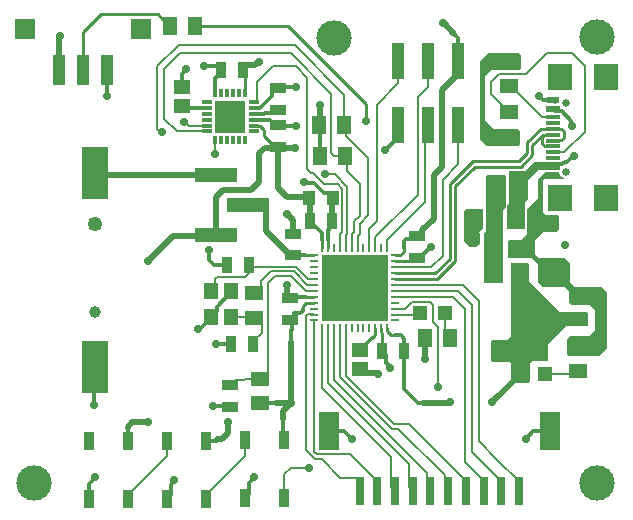
<source format=gbr>
%TF.GenerationSoftware,Altium Limited,Altium Designer,24.5.2 (23)*%
G04 Layer_Physical_Order=1*
G04 Layer_Color=255*
%FSLAX45Y45*%
%MOMM*%
%TF.SameCoordinates,DE48C8CA-727C-43F3-B7AC-81352024B8C0*%
%TF.FilePolarity,Positive*%
%TF.FileFunction,Copper,L1,Top,Signal*%
%TF.Part,Single*%
G01*
G75*
%TA.AperFunction,Conductor*%
%ADD10C,0.50000*%
%TA.AperFunction,SMDPad,CuDef*%
%ADD11R,2.30000X4.50000*%
%TA.AperFunction,ConnectorPad*%
%ADD12R,2.00000X2.18000*%
%ADD13R,1.00000X0.60000*%
%ADD14R,1.15000X0.60000*%
%ADD15R,1.15000X0.30000*%
%TA.AperFunction,SMDPad,CuDef*%
%ADD16R,1.30464X1.45620*%
%ADD17R,1.40000X0.95000*%
%ADD18O,0.80000X0.25000*%
%ADD19O,0.25000X0.80000*%
%ADD20R,5.60000X5.60000*%
%ADD21R,1.25000X1.50000*%
%ADD22R,4.50000X1.50400*%
%TA.AperFunction,ConnectorPad*%
%ADD23R,1.00000X2.55000*%
%TA.AperFunction,SMDPad,CuDef*%
%ADD24R,1.70000X1.70000*%
%ADD25R,1.50822X1.20651*%
%ADD26R,0.95000X1.40000*%
%ADD27R,0.90000X1.50000*%
%ADD28R,1.20651X1.50822*%
%ADD29R,1.45620X1.30464*%
%ADD30R,0.30000X0.80000*%
%ADD31R,0.85000X0.30000*%
%ADD32R,2.60000X2.70000*%
%ADD33R,1.00000X1.25000*%
%ADD34R,1.45490X1.55620*%
%ADD35R,1.20000X1.20000*%
%ADD36R,1.00000X3.10000*%
%ADD37R,1.20000X1.40000*%
%ADD38R,3.56000X1.27000*%
%ADD39R,1.80000X3.30000*%
%ADD40R,0.80000X2.40000*%
%TA.AperFunction,Conductor*%
%ADD41C,0.20000*%
%ADD42C,0.30000*%
%ADD43C,0.25000*%
%ADD44C,0.26721*%
%TA.AperFunction,ComponentPad*%
%ADD45C,1.00000*%
%ADD46C,1.25000*%
%ADD47C,0.65000*%
%TA.AperFunction,ViaPad*%
%ADD48C,3.00000*%
%ADD49C,0.70000*%
%ADD50C,0.50000*%
G36*
X11047500Y10790000D02*
X11285000D01*
X11305000Y10770000D01*
Y10662500D01*
X11290000Y10647500D01*
X11057500D01*
X11005000Y10595000D01*
Y10222500D01*
X11080000Y10147500D01*
X11285000D01*
X11302500Y10130000D01*
Y10020000D01*
X11282500Y10000000D01*
X11022500D01*
X10965000Y10057500D01*
Y10725000D01*
X11032500Y10792500D01*
X11047500Y10790000D01*
D02*
G37*
G36*
X11502500Y9862500D02*
X11640000D01*
Y9806014D01*
X11638544Y9802500D01*
X11598447D01*
X11595000Y9803185D01*
X11591552Y9802500D01*
X11510000D01*
Y9800000D01*
X11455000D01*
X11372500Y9717500D01*
Y9550000D01*
X11340000Y9517500D01*
Y9297500D01*
X11200000D01*
X11192500Y9305000D01*
Y9502500D01*
X11207500Y9517500D01*
Y9787500D01*
X11340000D01*
X11417500Y9865000D01*
X11502500D01*
Y9862500D01*
D02*
G37*
G36*
X10985000Y9465000D02*
Y9305000D01*
X10955000Y9275000D01*
X10962500Y9267500D01*
Y9180000D01*
X10932500Y9150000D01*
X10877500D01*
X10827500Y9200000D01*
Y9450000D01*
X10845000Y9467500D01*
X10983964D01*
X10985000Y9465000D01*
D02*
G37*
G36*
X11180000Y9750000D02*
Y9485000D01*
X11152500Y9457500D01*
Y8837500D01*
X10995000D01*
Y9265000D01*
X11015000Y9285000D01*
Y9747500D01*
X11020000Y9752500D01*
X11177500D01*
X11180000Y9750000D01*
D02*
G37*
G36*
X11596477Y9782500D02*
X11598447Y9782108D01*
X11635000D01*
Y9773057D01*
X11642992Y9753761D01*
X11657761Y9738992D01*
X11672952Y9732700D01*
X11670426Y9720000D01*
X11507500D01*
X11492500Y9705000D01*
Y9442500D01*
X11520000Y9415000D01*
X11617500D01*
X11627500Y9405000D01*
Y9300000D01*
X11605000Y9277500D01*
X11500000D01*
X11427500Y9205000D01*
Y9087500D01*
X11460000Y9055000D01*
X11682500D01*
X11725000Y9012500D01*
Y8852500D01*
X11720000Y8847500D01*
X11760000Y8807500D01*
X11992500D01*
X12040000Y8760000D01*
Y8292500D01*
X11972500Y8225000D01*
X11717500D01*
X11700000Y8242500D01*
Y8365000D01*
X11727500Y8392500D01*
X11885000D01*
X11935000Y8442500D01*
Y8612500D01*
X11890000Y8657500D01*
X11735000D01*
X11715000Y8677500D01*
Y8770000D01*
X11677500Y8807500D01*
X11497500D01*
X11452500Y8852500D01*
Y8997500D01*
X11400000Y9050000D01*
X11205000D01*
X11195000Y9060000D01*
Y9195000D01*
X11210000Y9210000D01*
X11315000D01*
X11360000Y9255000D01*
Y9295530D01*
X11360392Y9297500D01*
Y9470392D01*
X11452500Y9562500D01*
Y9720000D01*
X11512632Y9780132D01*
X11517804Y9781160D01*
X11519222Y9782108D01*
X11591552D01*
X11593522Y9782500D01*
X11595000D01*
X11596477D01*
D02*
G37*
G36*
X11375000Y9002500D02*
Y8857500D01*
X11635000Y8597500D01*
X11862500D01*
X11876250Y8583750D01*
Y8488750D01*
X11867500Y8480000D01*
X11690000D01*
X11535000Y8325000D01*
Y8187500D01*
X11530000Y8182500D01*
X11405000D01*
X11385000Y8162500D01*
Y8007500D01*
X11370000Y7992500D01*
X11235000D01*
X11222500Y8005000D01*
Y8162500D01*
X11212500Y8172500D01*
X11072500D01*
X11055000Y8190000D01*
Y8347500D01*
X11070000Y8362500D01*
X11195000D01*
X11225000Y8392500D01*
Y9012500D01*
X11365000D01*
X11375000Y9002500D01*
D02*
G37*
D10*
X9325000Y8742500D02*
G03*
X9350000Y8717500I25000J0D01*
G01*
X7401250Y10928750D02*
X7402500Y10930000D01*
X7401250Y10643750D02*
Y10928750D01*
X7400625Y10643125D02*
X7401250Y10643750D01*
X7716000Y9754000D02*
X8726500D01*
X7700000Y9770000D02*
X7716000Y9754000D01*
X10655000Y11040000D02*
X10742500Y10952500D01*
X10650000Y11040000D02*
X10655000D01*
X10472500Y9287500D02*
X10570000Y9385000D01*
Y9755281D02*
X10640000Y9825281D01*
X10570000Y9385000D02*
Y9755281D01*
X10412468Y9227468D02*
X10434968D01*
X10472500Y9265000D01*
Y9287500D01*
X10779000Y10615000D02*
Y10720000D01*
X10640000Y10476000D02*
X10779000Y10615000D01*
X10640000Y9825281D02*
Y10476000D01*
X8952925Y10665425D02*
X8975426Y10687926D01*
X9055013D01*
X9082088Y10715000D02*
X9087500D01*
X8952925Y10642925D02*
Y10665425D01*
X9055013Y10687926D02*
X9082088Y10715000D01*
X9603707Y10351207D02*
X9605000Y10352500D01*
X9602414Y10180000D02*
X9603707Y10181293D01*
Y10351207D01*
X9252925Y9990425D02*
X9255638Y9987713D01*
X9389787D01*
X9392500Y9985000D01*
X9330000Y9567500D02*
X9510000D01*
X9517500Y9560000D01*
X9252925Y9644575D02*
Y9990425D01*
Y9644575D02*
X9330000Y9567500D01*
X9137500Y9987500D02*
X9227500D01*
X9090000Y9940000D02*
X9137500Y9987500D01*
X9022500Y9627500D02*
X9090000Y9695000D01*
Y9940000D01*
X8723000Y9242500D02*
X8726500D01*
X8788000Y9627500D02*
X9022500D01*
X8726500Y9566000D02*
X8788000Y9627500D01*
X8726500Y9246000D02*
Y9566000D01*
X8365000Y9242500D02*
X8723000D01*
X8152500Y9030000D02*
X8365000Y9242500D01*
X9365000Y7827500D02*
Y8340000D01*
X7978977Y7611477D02*
Y7624688D01*
X8016789Y7662500D01*
X8147500D01*
X8735000Y7517500D02*
X8775000D01*
X8732500Y7515000D02*
X8735000Y7517500D01*
X8775000D02*
X8826173Y7568673D01*
Y7661173D02*
X8830000Y7665000D01*
X8826173Y7568673D02*
Y7661173D01*
X9237500Y7827500D02*
X9365000D01*
Y7822088D02*
Y7827500D01*
X9297500Y7754588D02*
X9365000Y7822088D01*
X9297500Y7690000D02*
Y7754588D01*
X10500000Y8200000D02*
Y8380000D01*
X11067500Y7837500D02*
X11305000Y8075000D01*
X11067500Y7835000D02*
Y7837500D01*
X10707500Y7827500D02*
X10710000Y7830000D01*
X10482500Y7827500D02*
X10707500D01*
X9325000Y9425000D02*
X9375000Y9375000D01*
Y9260000D02*
Y9375000D01*
X10096173Y8078827D02*
X10100000Y8075000D01*
X9942500Y8116344D02*
X9980017Y8078827D01*
X10096173D01*
X9325000Y8742500D02*
Y8825000D01*
X9146500Y9281000D02*
X9352500Y9075000D01*
X9520000Y9370000D02*
X9522500Y9367500D01*
X9520000Y9370000D02*
Y9557500D01*
X9517500Y9560000D02*
X9520000Y9557500D01*
X9707500Y9367500D02*
X9712500Y9372500D01*
Y9555000D01*
X9717500Y9560000D01*
X9146500Y9281000D02*
Y9461500D01*
X9108000Y9500000D02*
X9146500Y9461500D01*
X9352500Y9075000D02*
X9375000D01*
X8993500Y9500000D02*
X9108000D01*
D11*
X7700000Y8130000D02*
D03*
Y9770000D02*
D03*
D12*
X12030500Y9561500D02*
D03*
Y10583500D02*
D03*
X11637500Y9561500D02*
D03*
Y10583500D02*
D03*
D13*
X11580000Y9752500D02*
D03*
Y10392500D02*
D03*
D14*
Y9832500D02*
D03*
Y10312500D02*
D03*
D15*
Y9897500D02*
D03*
Y9947500D02*
D03*
Y9997500D02*
D03*
Y10047500D02*
D03*
Y10097500D02*
D03*
Y10147500D02*
D03*
Y10197500D02*
D03*
Y10247500D02*
D03*
D16*
X11264422Y9382500D02*
D03*
X11425578D02*
D03*
X11083078Y9385000D02*
D03*
X10921922D02*
D03*
D17*
X9252925Y10310425D02*
D03*
Y10495425D02*
D03*
X9350000Y8532500D02*
D03*
Y8717500D02*
D03*
X8847500Y7980000D02*
D03*
Y7795000D02*
D03*
X9252925Y9990425D02*
D03*
Y10175425D02*
D03*
X9375000Y9075000D02*
D03*
Y9260000D02*
D03*
X11795000Y8537414D02*
D03*
Y8722414D02*
D03*
X10427500Y9057500D02*
D03*
Y9242500D02*
D03*
D18*
X9560000Y9075000D02*
D03*
Y9025000D02*
D03*
Y8975000D02*
D03*
Y8925000D02*
D03*
Y8875000D02*
D03*
Y8825000D02*
D03*
Y8775000D02*
D03*
Y8725000D02*
D03*
Y8675000D02*
D03*
Y8625000D02*
D03*
Y8575000D02*
D03*
Y8525000D02*
D03*
X10240000D02*
D03*
Y8575000D02*
D03*
Y8625000D02*
D03*
Y8675000D02*
D03*
Y8725000D02*
D03*
Y8775000D02*
D03*
Y8825000D02*
D03*
Y8875000D02*
D03*
Y8925000D02*
D03*
Y8975000D02*
D03*
Y9025000D02*
D03*
Y9075000D02*
D03*
D19*
X9625000Y8460000D02*
D03*
X9675000D02*
D03*
X9725000D02*
D03*
X9775000D02*
D03*
X9825000D02*
D03*
X9875000D02*
D03*
X9925000D02*
D03*
X9975000D02*
D03*
X10025000D02*
D03*
X10075000D02*
D03*
X10125000D02*
D03*
X10175000D02*
D03*
Y9140000D02*
D03*
X10125000D02*
D03*
X10075000D02*
D03*
X10025000D02*
D03*
X9975000D02*
D03*
X9925000D02*
D03*
X9875000D02*
D03*
X9825000D02*
D03*
X9775000D02*
D03*
X9725000D02*
D03*
X9675000D02*
D03*
X9625000D02*
D03*
D20*
X9900000Y8800000D02*
D03*
D21*
X11528575Y8924500D02*
D03*
X11299575D02*
D03*
X11070575D02*
D03*
D22*
X11299575Y8265500D02*
D03*
D23*
X7800625Y10643125D02*
D03*
X7600625D02*
D03*
X7400625D02*
D03*
D24*
X7110625Y10990625D02*
D03*
X8090625D02*
D03*
D25*
X9100000Y7822414D02*
D03*
Y8032586D02*
D03*
X9050000Y8544914D02*
D03*
Y8755086D02*
D03*
X11210164Y10507590D02*
D03*
Y10717761D02*
D03*
X11210000Y10287586D02*
D03*
Y10077414D02*
D03*
X11795000Y8094829D02*
D03*
Y8305000D02*
D03*
D26*
X9005000Y8997500D02*
D03*
X8820000D02*
D03*
X9042500Y8325000D02*
D03*
X8857500D02*
D03*
X8952925Y10642925D02*
D03*
X8767926D02*
D03*
X9522500Y9367500D02*
D03*
X9707500D02*
D03*
X10320000Y8262500D02*
D03*
X10135000D02*
D03*
X11072500Y9130000D02*
D03*
X11257500D02*
D03*
D27*
X9305000Y7025000D02*
D03*
X8975000D02*
D03*
Y7515000D02*
D03*
X9305000D02*
D03*
X8645000Y7015000D02*
D03*
X8315000D02*
D03*
Y7505000D02*
D03*
X8645000D02*
D03*
X7978977Y7505000D02*
D03*
X7648977D02*
D03*
Y7015000D02*
D03*
X7978977D02*
D03*
D28*
X8545086Y11017500D02*
D03*
X8334914D02*
D03*
X9812585Y10180000D02*
D03*
X9602414D02*
D03*
X9817586Y9920000D02*
D03*
X9607414D02*
D03*
X10710171Y8380000D02*
D03*
X10500000D02*
D03*
D29*
X8440426Y10342925D02*
D03*
Y10504082D02*
D03*
X9942500Y8277500D02*
D03*
Y8116344D02*
D03*
D30*
X8722500Y10050000D02*
D03*
X8772500D02*
D03*
X8822500D02*
D03*
X8872500D02*
D03*
X8922500D02*
D03*
X8972500D02*
D03*
X8722500Y10450000D02*
D03*
X8772500D02*
D03*
X8822500D02*
D03*
X8872500D02*
D03*
X8922500D02*
D03*
X8972500D02*
D03*
D31*
X9045000Y10125000D02*
D03*
Y10175000D02*
D03*
Y10225000D02*
D03*
Y10275000D02*
D03*
Y10325000D02*
D03*
Y10375000D02*
D03*
X8650000Y10125000D02*
D03*
Y10175000D02*
D03*
Y10225000D02*
D03*
Y10275000D02*
D03*
Y10325000D02*
D03*
Y10375000D02*
D03*
D32*
X8847500Y10250000D02*
D03*
D33*
X9517500Y9560000D02*
D03*
X9717500D02*
D03*
D34*
X11287565Y9660000D02*
D03*
X11102435D02*
D03*
D35*
X11515000Y8075000D02*
D03*
X11305000D02*
D03*
X10665000Y8590000D02*
D03*
X10455000D02*
D03*
D36*
X10779000Y10720000D02*
D03*
Y10180000D02*
D03*
X10525000Y10720000D02*
D03*
X10271000D02*
D03*
X10525000Y10180000D02*
D03*
X10271000D02*
D03*
D37*
X8857500Y8777500D02*
D03*
Y8557500D02*
D03*
X8687500D02*
D03*
Y8777500D02*
D03*
D38*
X8726500Y9754000D02*
D03*
X8993500Y9500000D02*
D03*
X8726500Y9246000D02*
D03*
D39*
X11552500Y7587500D02*
D03*
X9682500D02*
D03*
D40*
X11292500Y7082500D02*
D03*
X11142500D02*
D03*
X10992500D02*
D03*
X10842500D02*
D03*
X10692500D02*
D03*
X10542500D02*
D03*
X10392500D02*
D03*
X10242500D02*
D03*
X10092500D02*
D03*
X9942500D02*
D03*
D41*
X9559043Y8575957D02*
X9560000Y8575000D01*
X9526498Y8577467D02*
X9528008Y8575957D01*
X9490000Y8561216D02*
X9506251Y8577467D01*
X9528008Y8575957D02*
X9559043D01*
X9490000Y7426005D02*
Y8561216D01*
X9506251Y8577467D02*
X9526498D01*
X10090000Y10350000D02*
X10271000Y10531000D01*
X10090000Y9365000D02*
Y10350000D01*
X10025000Y9300000D02*
X10090000Y9365000D01*
X10645000Y9715000D02*
X10779000Y9849000D01*
X10645000Y9072500D02*
Y9715000D01*
X10779000Y9849000D02*
Y10180000D01*
X10547500Y8975000D02*
X10645000Y9072500D01*
X10492500Y9525000D02*
Y10147500D01*
X10525000Y10180000D01*
X10175000Y9207500D02*
X10492500Y9525000D01*
X10175000Y9140000D02*
Y9207500D01*
X11675000Y9947500D02*
X11850000Y10122500D01*
X11580000Y9947500D02*
X11675000D01*
X11225249Y10507590D02*
X11485339Y10247500D01*
X11580000D01*
X11210164Y10507590D02*
X11225249D01*
X11850000Y10122500D02*
Y10675000D01*
X11737500Y10787500D02*
X11850000Y10675000D01*
X11525000Y10787500D02*
X11737500D01*
X11350000Y10612500D02*
X11525000Y10787500D01*
X11125000Y10612500D02*
X11350000D01*
X11055000Y10542500D02*
X11125000Y10612500D01*
X11055000Y10442586D02*
Y10542500D01*
Y10442586D02*
X11144589Y10352997D01*
Y10337911D02*
Y10352997D01*
Y10337911D02*
X11194914Y10287586D01*
X11210000D01*
X8722500Y9932500D02*
Y10050000D01*
X8722500Y9932500D02*
X8722500Y9932500D01*
X9360000Y10785000D02*
X9703713Y10441287D01*
X9812585Y10180000D02*
Y10437414D01*
X9703713Y9943548D02*
Y10441287D01*
X9392500Y10857500D02*
X9812585Y10437414D01*
X8410000Y10857500D02*
X9392500D01*
X9703713Y9943548D02*
X9727260Y9920000D01*
X10605000Y7965000D02*
Y8465000D01*
X10602500Y7962500D02*
X10605000Y7965000D01*
X10832500Y7322500D02*
Y8622500D01*
X10895000Y7410000D02*
Y8652500D01*
X10357691Y7647309D02*
X10842500Y7162500D01*
X9640570Y9680000D02*
X9757500D01*
X9530000Y9770000D02*
X9550570D01*
X9640570Y9680000D01*
X9495000Y9805000D02*
X9530000Y9770000D01*
X9655000Y9762500D02*
X9731569D01*
X9652500Y9765000D02*
X9655000Y9762500D01*
X9731569D02*
X9837500Y9656568D01*
X9495000Y9805000D02*
Y10580000D01*
X8422500Y10785000D02*
X9360000D01*
X9400000Y10675000D02*
X9495000Y10580000D01*
X9077500Y10542500D02*
X9210000Y10675000D01*
X9400000D01*
X9727260Y9920000D02*
X9817586D01*
X9165411Y8082911D02*
Y8840411D01*
X9225000Y8900000D01*
X9115411Y8420411D02*
Y8494589D01*
X9042500Y8347500D02*
X9115411Y8420411D01*
X9065086Y8544914D02*
X9115411Y8494589D01*
X9042500Y8325000D02*
Y8347500D01*
X9050000Y8544914D02*
X9065086D01*
X9107586Y8805411D02*
Y8855086D01*
X9057260Y8755086D02*
X9107586Y8805411D01*
X9050000Y8755086D02*
X9057260D01*
X9500208Y8825000D02*
X9560000D01*
X9385208Y8940000D02*
X9500208Y8825000D01*
X9192500Y8940000D02*
X9385208D01*
X9107586Y8855086D02*
X9192500Y8940000D01*
X9037414Y8557500D02*
X9050000Y8544914D01*
X8857500Y8557500D02*
X9037414D01*
X9225000Y8900000D02*
X9365000D01*
X9402500Y8980000D02*
X9506543Y8875957D01*
X9007500Y8985000D02*
X9012500Y8980000D01*
X9365000Y8900000D02*
X9490000Y8775000D01*
X9012500Y8980000D02*
X9402500D01*
X8975000Y8890000D02*
X9007500Y8922500D01*
Y8985000D01*
X8732500Y8890000D02*
X8975000D01*
X9005000Y8997500D02*
X9007500Y8995000D01*
Y8985000D02*
Y8995000D01*
X9837500Y9258432D02*
Y9656568D01*
X9825000Y9140000D02*
Y9245931D01*
X9837500Y9258432D01*
X9825000Y8053376D02*
Y8460000D01*
Y8053376D02*
X10231067Y7647309D01*
X10357691D01*
X9725000Y8022500D02*
X10512500Y7235000D01*
X10240000Y8825000D02*
X10817500D01*
X10952500Y7500000D02*
Y8690000D01*
X10817500Y8825000D02*
X10952500Y8690000D01*
X10832500Y7322500D02*
X10992500Y7162500D01*
X9877500Y9257500D02*
X9897500Y9277500D01*
X9817500Y9919914D02*
X9817586Y9920000D01*
X9897500Y9277500D02*
Y9365000D01*
X9834943Y9790057D02*
Y9892643D01*
X9817500Y9910086D02*
X9834943Y9892643D01*
X9875000Y9140000D02*
Y9239363D01*
X9817500Y9910086D02*
Y9919914D01*
X9834943Y9790057D02*
X9945000Y9680000D01*
Y9412500D02*
Y9680000D01*
X9897500Y9365000D02*
X9945000Y9412500D01*
X9877500Y9241863D02*
Y9257500D01*
X9875000Y9239363D02*
X9877500Y9241863D01*
X9775000Y8046807D02*
X10214498Y7607309D01*
X10662537Y7112463D02*
Y7214963D01*
Y7112463D02*
X10692500Y7082500D01*
X10270191Y7607309D02*
X10662537Y7214963D01*
X10214498Y7607309D02*
X10270191D01*
X10895000Y7410000D02*
X11142500Y7162500D01*
X9675000Y7997500D02*
X10362500Y7310000D01*
X10240000Y8575000D02*
X10440000D01*
X9625000Y7955000D02*
X10212500Y7367500D01*
X9560000Y7412573D02*
Y8525000D01*
X11108749Y7346250D02*
X11292500Y7162500D01*
X11106250Y7346250D02*
X11108749D01*
X10952500Y7500000D02*
X11106250Y7346250D01*
X9077500Y10380000D02*
Y10542500D01*
X10435000Y9590000D02*
Y10415000D01*
X9925000Y9140000D02*
Y9242500D01*
X10075000Y9140000D02*
Y9230000D01*
X10435000Y9590000D01*
X9775000Y8046807D02*
Y8460000D01*
X10240000Y8725000D02*
X10730000D01*
X10832500Y8622500D01*
X10240000Y8775000D02*
X10772500D01*
X10895000Y8652500D01*
X9506543Y8875957D02*
X9559043D01*
X9560000Y8875000D01*
X9757500Y9680000D02*
X9797500Y9640000D01*
Y9275000D02*
Y9640000D01*
X9775000Y9252500D02*
X9797500Y9275000D01*
X9775000Y9140000D02*
Y9252500D01*
X10240000Y8625000D02*
X10327573D01*
X10382574Y8680000D01*
X10540000D01*
X10562500Y8657500D01*
Y8507500D02*
Y8657500D01*
Y8507500D02*
X10605000Y8465000D01*
X10240000Y8975000D02*
X10547500D01*
X9725000Y8022500D02*
Y8460000D01*
X9675000Y7997500D02*
Y8460000D01*
X9490000Y8775000D02*
X9560000D01*
X9625000Y7955000D02*
Y8460000D01*
X10025000Y9140000D02*
Y9300000D01*
X10525000Y10505000D02*
Y10720000D01*
X10435000Y10415000D02*
X10525000Y10505000D01*
X9490000Y7426005D02*
X9563505Y7352500D01*
X9620074D01*
X9780073Y7192500D01*
X9912500D01*
X9942500Y7162500D01*
Y7082500D02*
Y7162500D01*
X10271000Y10531000D02*
Y10720000D01*
X9925000Y9242500D02*
X9942500Y9260000D01*
Y9345000D01*
X10015000Y9417500D01*
Y9902500D01*
X9831195Y10086305D02*
X10015000Y9902500D01*
X9831195Y10086305D02*
Y10161390D01*
X9812585Y10180000D02*
X9831195Y10161390D01*
X9560000Y7412573D02*
X9580074Y7392500D01*
X9862500D01*
X10092500Y7162500D01*
Y7082500D02*
Y7162500D01*
X10212500Y7112500D02*
Y7367500D01*
Y7112500D02*
X10242500Y7082500D01*
X9115086Y8032586D02*
X9165411Y8082911D01*
X9100000Y8032586D02*
X9115086D01*
X10440000Y8575000D02*
X10455000Y8590000D01*
X10362500Y7112500D02*
Y7310000D01*
Y7112500D02*
X10392500Y7082500D01*
X10512500Y7112500D02*
Y7235000D01*
Y7112500D02*
X10542500Y7082500D01*
X9072500Y10375000D02*
X9077500Y10380000D01*
X9045000Y10375000D02*
X9072500D01*
X8978587Y8032586D02*
X9100000D01*
X8963502Y8017500D02*
X8978587Y8032586D01*
X8885000Y8017500D02*
X8963502D01*
X11142500Y7082500D02*
Y7162500D01*
X10992500Y7082500D02*
Y7162500D01*
X11292500Y7082500D02*
Y7162500D01*
X10842500Y7082500D02*
Y7162500D01*
X8847500Y7980000D02*
X8885000Y8017500D01*
X8290000Y10652500D02*
X8422500Y10785000D01*
X8290000Y10227500D02*
Y10652500D01*
Y10227500D02*
X8392500Y10125000D01*
X8650000D01*
X7978977Y7045000D02*
X8315000Y7381023D01*
Y7505000D01*
X7978977Y7015000D02*
Y7045000D01*
X8645000Y7015000D02*
Y7045000D01*
X8975000Y7375000D02*
Y7515000D01*
X8645000Y7045000D02*
X8975000Y7375000D01*
X9305000Y7025000D02*
Y7222500D01*
X9360000Y7277500D02*
X9515000D01*
X9305000Y7222500D02*
X9360000Y7277500D01*
X11515000Y8075000D02*
X11775171D01*
X11795000Y8094829D01*
X10665000Y8425171D02*
Y8590000D01*
Y8425171D02*
X10710171Y8380000D01*
X8471030Y10202500D02*
X8498530Y10175000D01*
X8650000D01*
X8457500Y10202500D02*
X8471030D01*
X8265000Y10120000D02*
X8267500Y10117500D01*
X8255000Y10120000D02*
X8265000D01*
X8227500Y10147500D02*
X8255000Y10120000D01*
X8227500Y10147500D02*
Y10675000D01*
X8410000Y10857500D01*
X8715000Y8872500D02*
X8732500Y8890000D01*
X8715000Y8805000D02*
Y8872500D01*
X8687500Y8777500D02*
X8715000Y8805000D01*
D42*
X7800000Y10642500D02*
X7800625Y10643125D01*
X7800000Y10425000D02*
Y10642500D01*
X7697500Y7807500D02*
Y8127500D01*
X7700000Y8130000D01*
X10160000Y9970000D02*
X10166000D01*
X10271000Y10075000D01*
Y10180000D01*
X8670000Y9117500D02*
X8670637Y9116863D01*
Y9037500D02*
Y9116863D01*
Y9037500D02*
X8710637Y8997500D01*
X10397436Y9212436D02*
X10412468Y9227468D01*
X11595000Y9847500D02*
X11656040D01*
X11678461Y9869920D02*
X11699096D01*
X11656040Y9847500D02*
X11678461Y9869920D01*
X11699096D02*
X11749176Y9920000D01*
X11760000D01*
X11580000Y9832500D02*
X11595000Y9847500D01*
X11580000Y9752500D02*
X11595000Y9767500D01*
X11580000Y10392500D02*
X11595000Y10377500D01*
X11493552Y10392500D02*
X11580000D01*
X11458551Y10427500D02*
X11493552Y10392500D01*
X11457500Y10427500D02*
X11458551D01*
X11735000Y10172500D02*
X11740000Y10167500D01*
X11735000Y10172500D02*
Y10214497D01*
X11651997Y10297500D02*
X11735000Y10214497D01*
X11595000Y10297500D02*
X11651997D01*
X11580000Y10312500D02*
X11595000Y10297500D01*
X10779000Y10720000D02*
Y10916000D01*
X10742500Y10952500D02*
X10779000Y10916000D01*
X9253351Y10175000D02*
X9400000D01*
X9252925Y10175425D02*
X9253351Y10175000D01*
X9252925Y10495425D02*
X9257500Y10500000D01*
X9400000D01*
X9602414Y10180000D02*
X9607414Y10175000D01*
Y9920000D02*
Y10175000D01*
X8723000Y9242500D02*
X8726500Y9246000D01*
X9367500Y8447500D02*
Y8515000D01*
X9350000Y8532500D02*
X9367500Y8515000D01*
X9365000Y8445000D02*
X9367500Y8447500D01*
X9365000Y8340000D02*
Y8445000D01*
X7978977Y7505000D02*
Y7611477D01*
X8722500Y7505000D02*
X8732500Y7515000D01*
X8645000Y7505000D02*
X8722500D01*
X9100000Y7822414D02*
X9232414D01*
X9237500Y7827500D01*
X9297500Y7522500D02*
X9305000Y7515000D01*
X9297500Y7522500D02*
Y7690000D01*
X10435000Y7827500D02*
X10482500D01*
X10320000Y7942500D02*
X10435000Y7827500D01*
X10320000Y7942500D02*
Y8262500D01*
X8697500Y7800000D02*
X8842500D01*
X8847500Y7795000D01*
X11412500Y7587500D02*
X11552500D01*
X11350000Y7525000D02*
X11412500Y7587500D01*
X9812500D02*
X9875000Y7525000D01*
X9682500Y7587500D02*
X9812500D01*
X10167500Y8168324D02*
Y8230000D01*
X10135000Y8262500D02*
X10167500Y8230000D01*
Y8168324D02*
X10200000Y8135824D01*
Y8125000D02*
Y8135824D01*
X9482654Y9692346D02*
X9553478D01*
X9638324Y9607500D01*
X9682500D01*
X9717500Y9572500D01*
Y9560000D02*
Y9572500D01*
X9475000Y9700000D02*
X9482654Y9692346D01*
X8345000Y7134176D02*
X8375000Y7164176D01*
Y7175000D01*
X8345000Y7045000D02*
Y7134176D01*
X7648977Y7138153D02*
X7700000Y7189176D01*
X7648977Y7015000D02*
Y7138153D01*
X7700000Y7189176D02*
Y7200000D01*
X8315000Y7015000D02*
X8345000Y7045000D01*
X9050000Y7189176D02*
Y7200000D01*
X8975000Y7025000D02*
X9005000Y7055000D01*
Y7144176D01*
X9050000Y7189176D01*
X8732500Y8642500D02*
X8857500Y8767500D01*
X8732500Y8602500D02*
Y8642500D01*
X8687500Y8557500D02*
X8732500Y8602500D01*
X8857500Y8767500D02*
Y8777500D01*
X8850000Y8317500D02*
Y8325000D01*
X8725000D02*
X8850000D01*
Y8317500D02*
X8857500Y8325000D01*
X8597654Y8457654D02*
X8687500Y8547500D01*
X8575000Y8450000D02*
X8582654Y8457654D01*
X8687500Y8547500D02*
Y8557500D01*
X8582654Y8457654D02*
X8597654D01*
X8710637Y8997500D02*
X8820000D01*
X8625000Y10675000D02*
X8735851D01*
X8767926Y10642925D01*
X8440426Y10504082D02*
Y10613949D01*
X8475000Y10648523D01*
Y10650000D01*
X9225425Y10282925D02*
X9252925Y10310425D01*
X9101998Y10325000D02*
X9147925Y10370928D01*
X9045000Y10225000D02*
X9180851D01*
X9045000Y10325000D02*
X9101998D01*
X9147925Y10370928D02*
Y10372423D01*
X9201357Y10425854D01*
Y10462925D01*
X9233857Y10495425D01*
X9252925D01*
X9140426Y10282925D02*
X9225425D01*
X9132500Y10275000D02*
X9140426Y10282925D01*
X9045000Y10275000D02*
X9132500D01*
X10450000Y9057500D02*
X10542500Y9150000D01*
X10547500D01*
X10427500Y9057500D02*
X10450000D01*
X9350000Y8717500D02*
X9357500Y8725000D01*
X9487500D01*
X9387500Y8565000D02*
Y8587500D01*
X9355000Y8532500D02*
X9387500Y8565000D01*
X9350000Y8532500D02*
X9355000D01*
X9460000Y8607574D02*
Y8622500D01*
X9439926Y8587500D02*
X9460000Y8607574D01*
X9387500Y8587500D02*
X9439926D01*
X9522500Y9365000D02*
X9625000Y9262500D01*
X9680000Y9287500D02*
Y9340000D01*
X9707500Y9367500D01*
X9675000Y9287500D02*
X9680000D01*
X9675000Y9207500D02*
Y9287500D01*
X9522500Y9365000D02*
Y9367500D01*
X9625000Y9210000D02*
Y9262500D01*
X10320000Y8262500D02*
Y8370000D01*
X10242500Y8400000D02*
X10290000D01*
X10299936Y8390064D02*
X10320000Y8370000D01*
X10299936Y8390064D02*
X10299936D01*
X10290000Y8400000D02*
X10299936Y8390064D01*
X8440426Y10342925D02*
X8458351Y10325000D01*
X8650000D01*
X8767926Y10620425D02*
Y10642925D01*
X8722500Y10450000D02*
Y10575000D01*
X8767926Y10620425D01*
X9230425Y10175425D02*
X9252925D01*
X9180851Y10225000D02*
X9230425Y10175425D01*
X9950078Y8277500D02*
X10045078Y8372500D01*
X9942500Y8277500D02*
X9950078D01*
X10045078Y8372500D02*
X10047500D01*
X10315000Y9135000D02*
Y9194862D01*
X10332574Y9212436D02*
X10397436D01*
X10315000Y9194862D02*
X10332574Y9212436D01*
X9375000Y9075000D02*
X9480000D01*
D43*
X7600000Y10643750D02*
Y10967500D01*
Y10643750D02*
X7600625Y10643125D01*
X8334914Y11017500D02*
Y11032586D01*
X8287089Y11080411D02*
X8334914Y11032586D01*
X8272003Y11080411D02*
X8287089D01*
X8232414Y11120000D02*
X8272003Y11080411D01*
X7752500Y11120000D02*
X8232414D01*
X7600000Y10967500D02*
X7752500Y11120000D01*
X9997500Y10217500D02*
Y10360000D01*
X9340000Y11017500D02*
X9997500Y10360000D01*
X8545086Y11017500D02*
X9340000D01*
X10125000Y8432500D02*
X10135000Y8408860D01*
X10125000Y8432500D02*
Y8460000D01*
X10135000Y8262500D02*
Y8408860D01*
X10395000Y9025000D02*
X10427500Y9057500D01*
X10240000Y9025000D02*
X10395000D01*
X9675000Y9140000D02*
Y9207500D01*
X10240000Y9075000D02*
X10287500D01*
X10315000Y9102500D02*
Y9135000D01*
X10287500Y9075000D02*
X10315000Y9102500D01*
X10175000Y8432500D02*
X10207500Y8400000D01*
X9480000Y9075000D02*
X9560000D01*
X10075000Y8400000D02*
Y8460000D01*
X9625000Y9140000D02*
Y9210000D01*
X9460000Y8622500D02*
Y8650000D01*
X9485000Y8675000D01*
X9560000D01*
X10175000Y8432500D02*
Y8460000D01*
X10047500Y8372500D02*
X10075000Y8400000D01*
X10207500Y8400000D02*
X10242500D01*
X9487500Y8725000D02*
X9560000D01*
X8952925Y10642925D02*
X8972500Y10623351D01*
Y10450000D02*
Y10623351D01*
X9135425Y10085426D02*
X9230425Y9990425D01*
X9135425Y10085426D02*
Y10138037D01*
X9100962Y10172500D02*
X9135425Y10138037D01*
X9047500Y10172500D02*
X9100962D01*
X9045000Y10175000D02*
X9047500Y10172500D01*
D44*
X11358771Y10032678D02*
X11474454Y10148360D01*
X11578360Y9999139D02*
X11580000Y9997500D01*
X11508682Y9999139D02*
X11578360D01*
X11489140Y10018682D02*
X11508682Y9999139D01*
X11489140Y10018682D02*
Y10076818D01*
X11510682Y10098360D01*
X11474454Y10148360D02*
X11579140D01*
X11580000Y10147500D01*
X11510682Y10098520D02*
X11535860D01*
X11536881Y10097500D01*
X11580000D01*
Y10047500D02*
X11581640Y10049139D01*
X11651318D01*
X11670860Y10068682D01*
Y10126318D01*
X11651318Y10145860D02*
X11670860Y10126318D01*
X11583640Y10145860D02*
X11651318D01*
X11582000Y10147500D02*
X11583640Y10145860D01*
X11358771Y9945771D02*
Y10032678D01*
X11288000Y9875000D02*
X11358771Y9945771D01*
X10900000Y9875000D02*
X11288000D01*
X10703869Y9678869D02*
X10900000Y9875000D01*
X10703869Y9045394D02*
Y9678869D01*
X10581995Y8923520D02*
X10703869Y9045394D01*
X10268979Y8923520D02*
X10581995D01*
X10268360Y8924140D02*
X10268979Y8923520D01*
X10240860Y8924140D02*
X10268360D01*
X10240000Y8925000D02*
X10240860Y8924140D01*
X11405812Y10013193D02*
X11491140Y10098520D01*
X11405812Y9926286D02*
Y10013193D01*
X10601480Y8876480D02*
X10750909Y9025909D01*
Y9659384D01*
X10919485Y9827959D01*
X10268360Y8875860D02*
X10268979Y8876480D01*
X10601480D01*
X10240000Y8875000D02*
X10240860Y8875860D01*
X10268360D01*
X11491140Y10098520D02*
X11510682D01*
X10919485Y9827959D02*
X11307485D01*
X11405812Y9926286D01*
D45*
X7700000Y8600000D02*
D03*
D46*
Y9345000D02*
D03*
D47*
X11687500Y10361500D02*
D03*
Y9783500D02*
D03*
D48*
X9730000Y10920000D02*
D03*
X11950000Y10925000D02*
D03*
Y7150000D02*
D03*
X7181605Y7152000D02*
D03*
D49*
X11680000Y9160000D02*
D03*
X10160000Y9970000D02*
D03*
X10650000Y11040000D02*
D03*
X8670000Y9117500D02*
D03*
X11550000Y9370000D02*
D03*
X11457500Y10427500D02*
D03*
X8722500Y9932500D02*
D03*
X7402500Y10930000D02*
D03*
X9087500Y10715000D02*
D03*
X9605000Y10352500D02*
D03*
X9400000Y10175000D02*
D03*
Y10500000D02*
D03*
X9392500Y9985000D02*
D03*
X8152500Y9030000D02*
D03*
X8147500Y7662500D02*
D03*
X8830000Y7665000D02*
D03*
X9365000Y7827500D02*
D03*
X10602500Y7962500D02*
D03*
X10500000Y8200000D02*
D03*
X11067500Y7835000D02*
D03*
X10710000Y7830000D02*
D03*
X7697500Y7807500D02*
D03*
X8697500Y7800000D02*
D03*
X11060000Y10720000D02*
D03*
Y10080000D02*
D03*
X10910000Y9210000D02*
D03*
X11360000Y9120000D02*
D03*
X11660000Y8870000D02*
D03*
Y8980000D02*
D03*
X11930000Y8720000D02*
D03*
X11940000Y8300000D02*
D03*
X11350000Y7525000D02*
D03*
X9875000D02*
D03*
X10200000Y8125000D02*
D03*
X9475000Y9700000D02*
D03*
X9652500Y9765000D02*
D03*
X8375000Y7175000D02*
D03*
X7700000Y7200000D02*
D03*
X9050000D02*
D03*
X8725000Y8325000D02*
D03*
X8575000Y8450000D02*
D03*
X7800000Y10425000D02*
D03*
X8625000Y10675000D02*
D03*
X8475000Y10650000D02*
D03*
X10547500Y9150000D02*
D03*
X9325000Y9425000D02*
D03*
X10100000Y8075000D02*
D03*
X9325000Y8825000D02*
D03*
X9997500Y10217500D02*
D03*
X9515000Y7277500D02*
D03*
X11760000Y9920000D02*
D03*
X11740000Y10167500D02*
D03*
X8457500Y10202500D02*
D03*
X8267500Y10117500D02*
D03*
D50*
X9680000Y9020000D02*
D03*
X9790000D02*
D03*
X9900000D02*
D03*
X10010000D02*
D03*
X10120000D02*
D03*
X9680000Y8910000D02*
D03*
X9790000D02*
D03*
X9900000D02*
D03*
X10010000D02*
D03*
X10120000D02*
D03*
X9680000Y8800000D02*
D03*
X9790000D02*
D03*
X9900000D02*
D03*
X10010000D02*
D03*
X10120000D02*
D03*
X9680000Y8690000D02*
D03*
X9790000D02*
D03*
X9900000D02*
D03*
X10010000D02*
D03*
X10120000D02*
D03*
X9680000Y8580000D02*
D03*
X9790000D02*
D03*
X9900000D02*
D03*
X10010000D02*
D03*
X10120000D02*
D03*
X8902500Y10195000D02*
D03*
Y10305000D02*
D03*
X8792500D02*
D03*
Y10195000D02*
D03*
%TF.MD5,96009c1210f527022acc2441ab5613db*%
M02*

</source>
